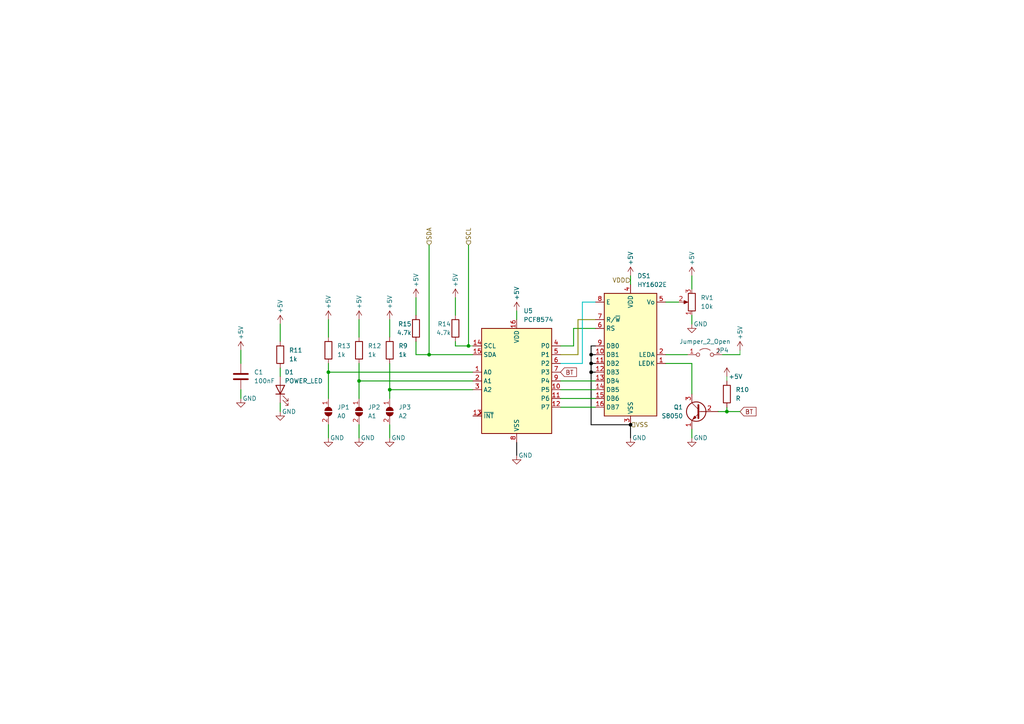
<source format=kicad_sch>
(kicad_sch (version 20230121) (generator eeschema)
  (paper "A4")
  (lib_symbols
    (symbol "Device:C" (pin_numbers hide) (pin_names (offset 0.254))
      (property "Reference" "C" (at 0.635 2.54 0))
      (property "Value" "C" (at 0.635 -2.54 0))
      (symbol "C_0_1"
        (polyline (pts (xy -2.032 -0.762) (xy 2.032 -0.762)) (stroke (width 0.508)))
        (polyline (pts (xy -2.032 0.762) (xy 2.032 0.762)) (stroke (width 0.508)))
      )
      (symbol "C_1_1"
        (pin passive line (at 0 3.81 270) (length 2.794) (name "~") (number "1"))
        (pin passive line (at 0 -3.81 90) (length 2.794) (name "~") (number "2"))
      )
    )
    (symbol "Device:LED" (pin_numbers hide) (pin_names (offset 1.016) hide)
      (property "Reference" "D" (at 0 2.54 0))
      (property "Value" "LED" (at 0 -2.54 0))
      (symbol "LED_0_1"
        (polyline (pts (xy -1.27 -1.27) (xy -1.27 1.27)) (stroke (width 0.254)))
        (polyline (pts (xy -1.27 0) (xy 1.27 0)))
        (polyline (pts (xy 1.27 -1.27) (xy 1.27 1.27) (xy -1.27 0) (xy 1.27 -1.27)) (stroke (width 0.254)))
        (polyline (pts (xy -3.048 -0.762) (xy -4.572 -2.286) (xy -3.81 -2.286) (xy -4.572 -2.286) (xy -4.572 -1.524)))
        (polyline (pts (xy -1.778 -0.762) (xy -3.302 -2.286) (xy -2.54 -2.286) (xy -3.302 -2.286) (xy -3.302 -1.524)))
      )
      (symbol "LED_1_1"
        (pin passive line (at -3.81 0 0) (length 2.54) (name "K") (number "1"))
        (pin passive line (at 3.81 0 180) (length 2.54) (name "A") (number "2"))
      )
    )
    (symbol "Device:R" (pin_numbers hide) (pin_names (offset 0))
      (property "Reference" "R" (at 2.032 0 90))
      (property "Value" "R" (at 0 0 90))
      (symbol "R_0_1"
        (rectangle (start -1.016 -2.54) (end 1.016 2.54) (stroke (width 0.254)))
      )
      (symbol "R_1_1"
        (pin passive line (at 0 3.81 270) (length 1.27) (name "~") (number "1"))
        (pin passive line (at 0 -3.81 90) (length 1.27) (name "~") (number "2"))
      )
    )
    (symbol "Device:R_Potentiometer" (pin_names (offset 1.016) hide)
      (property "Reference" "RV" (at -4.445 0 90))
      (property "Value" "R_Potentiometer" (at -2.54 0 90))
      (symbol "R_Potentiometer_0_1"
        (polyline (pts (xy 2.54 0) (xy 1.524 0)))
        (polyline (pts (xy 1.143 0) (xy 2.286 0.508) (xy 2.286 -0.508) (xy 1.143 0)) (fill (type outline)))
        (rectangle (start 1.016 2.54) (end -1.016 -2.54) (stroke (width 0.254)))
      )
      (symbol "R_Potentiometer_1_1"
        (pin passive line (at 0 3.81 270) (length 1.27) (name "1") (number "1"))
        (pin passive line (at 3.81 0 180) (length 1.27) (name "2") (number "2"))
        (pin passive line (at 0 -3.81 90) (length 1.27) (name "3") (number "3"))
      )
    )
    (symbol "Display_Character:HY1602E"
      (property "Reference" "DS" (at -6.096 19.05 0))
      (property "Value" "HY1602E" (at 5.08 19.05 0))
      (symbol "HY1602E_0_1"
        (rectangle (start -7.62 17.78) (end 7.62 -17.78) (stroke (width 0.254)) (fill (type background)))
      )
      (symbol "HY1602E_1_1"
        (pin passive line (at 10.16 -2.54 180) (length 2.54) (name "LEDK") (number "1"))
        (pin bidirectional line (at -10.16 0 0) (length 2.54) (name "DB1") (number "10"))
        (pin bidirectional line (at -10.16 -2.54 0) (length 2.54) (name "DB2") (number "11"))
        (pin bidirectional line (at -10.16 -5.08 0) (length 2.54) (name "DB3") (number "12"))
        (pin bidirectional line (at -10.16 -7.62 0) (length 2.54) (name "DB4") (number "13"))
        (pin bidirectional line (at -10.16 -10.16 0) (length 2.54) (name "DB5") (number "14"))
        (pin bidirectional line (at -10.16 -12.7 0) (length 2.54) (name "DB6") (number "15"))
        (pin bidirectional line (at -10.16 -15.24 0) (length 2.54) (name "DB7") (number "16"))
        (pin passive line (at 10.16 0 180) (length 2.54) (name "LEDA") (number "2"))
        (pin power_in line (at 0 -20.32 90) (length 2.54) (name "VSS") (number "3"))
        (pin power_in line (at 0 20.32 270) (length 2.54) (name "VDD") (number "4"))
        (pin input line (at 10.16 15.24 180) (length 2.54) (name "Vo") (number "5"))
        (pin input line (at -10.16 7.62 0) (length 2.54) (name "RS") (number "6"))
        (pin input line (at -10.16 10.16 0) (length 2.54) (name "R/~{W}") (number "7"))
        (pin input line (at -10.16 15.24 0) (length 2.54) (name "E") (number "8"))
        (pin bidirectional line (at -10.16 2.54 0) (length 2.54) (name "DB0") (number "9"))
      )
    )
    (symbol "Interface_Expansion:PCF8574"
      (property "Reference" "U" (at -8.89 16.51 0))
      (property "Value" "PCF8574" (at 2.54 16.51 0))
      (symbol "PCF8574_0_1"
        (rectangle (start -10.16 15.24) (end 10.16 -15.24) (stroke (width 0.254)) (fill (type background)))
      )
      (symbol "PCF8574_1_1"
        (pin input line (at -12.7 2.54 0) (length 2.54) (name "A0") (number "1"))
        (pin bidirectional line (at 12.7 -2.54 180) (length 2.54) (name "P5") (number "10"))
        (pin bidirectional line (at 12.7 -5.08 180) (length 2.54) (name "P6") (number "11"))
        (pin bidirectional line (at 12.7 -7.62 180) (length 2.54) (name "P7") (number "12"))
        (pin open_collector output_low (at -12.7 -10.16 0) (length 2.54) (name "~{INT}") (number "13"))
        (pin input line (at -12.7 10.16 0) (length 2.54) (name "SCL") (number "14"))
        (pin bidirectional line (at -12.7 7.62 0) (length 2.54) (name "SDA") (number "15"))
        (pin power_in line (at 0 17.78 270) (length 2.54) (name "VDD") (number "16"))
        (pin input line (at -12.7 0 0) (length 2.54) (name "A1") (number "2"))
        (pin input line (at -12.7 -2.54 0) (length 2.54) (name "A2") (number "3"))
        (pin bidirectional line (at 12.7 10.16 180) (length 2.54) (name "P0") (number "4"))
        (pin bidirectional line (at 12.7 7.62 180) (length 2.54) (name "P1") (number "5"))
        (pin bidirectional line (at 12.7 5.08 180) (length 2.54) (name "P2") (number "6"))
        (pin bidirectional line (at 12.7 2.54 180) (length 2.54) (name "P3") (number "7"))
        (pin power_in line (at 0 -17.78 90) (length 2.54) (name "VSS") (number "8"))
        (pin bidirectional line (at 12.7 0 180) (length 2.54) (name "P4") (number "9"))
      )
    )
    (symbol "Jumper:Jumper_2_Open" (pin_names (offset 0) hide)
      (property "Reference" "JP" (at 0 2.794 0))
      (property "Value" "Jumper_2_Open" (at 0 -2.286 0))
      (symbol "Jumper_2_Open_0_0"
        (circle (center -2.032 0) (radius 0.508))
        (circle (center 2.032 0) (radius 0.508))
      )
      (symbol "Jumper_2_Open_0_1"
        (arc (start 1.524 1.27) (mid 0 1.778) (end -1.524 1.27))
      )
      (symbol "Jumper_2_Open_1_1"
        (pin passive line (at -5.08 0 0) (length 2.54) (name "A") (number "1"))
        (pin passive line (at 5.08 0 180) (length 2.54) (name "B") (number "2"))
      )
    )
    (symbol "Jumper:SolderJumper_2_Open" (pin_names (offset 0) hide)
      (property "Reference" "JP" (at 0 2.032 0))
      (property "Value" "SolderJumper_2_Open" (at 0 -2.54 0))
      (symbol "SolderJumper_2_Open_0_1"
        (arc (start -0.254 1.016) (mid -1.2656 0) (end -0.254 -1.016))
        (arc (start -0.254 1.016) (mid -1.2656 0) (end -0.254 -1.016) (fill (type outline)))
        (polyline (pts (xy -0.254 1.016) (xy -0.254 -1.016)))
        (polyline (pts (xy 0.254 1.016) (xy 0.254 -1.016)))
        (arc (start 0.254 -1.016) (mid 1.2656 0) (end 0.254 1.016))
        (arc (start 0.254 -1.016) (mid 1.2656 0) (end 0.254 1.016) (fill (type outline)))
      )
      (symbol "SolderJumper_2_Open_1_1"
        (pin passive line (at -3.81 0 0) (length 2.54) (name "A") (number "1"))
        (pin passive line (at 3.81 0 180) (length 2.54) (name "B") (number "2"))
      )
    )
    (symbol "Transistor_BJT:S8050" (pin_names (offset 0) hide)
      (property "Reference" "Q" (at 5.08 1.905 0))
      (property "Value" "S8050" (at 5.08 0 0))
      (symbol "S8050_0_1"
        (polyline (pts (xy 0 0) (xy 0.635 0)))
        (polyline (pts (xy 0.635 0.635) (xy 2.54 2.54)))
        (polyline (pts (xy 0.635 -0.635) (xy 2.54 -2.54) (xy 2.54 -2.54)))
        (polyline (pts (xy 0.635 1.905) (xy 0.635 -1.905) (xy 0.635 -1.905)) (stroke (width 0.508)))
        (polyline (pts (xy 1.27 -1.778) (xy 1.778 -1.27) (xy 2.286 -2.286) (xy 1.27 -1.778) (xy 1.27 -1.778)) (fill (type outline)))
        (circle (center 1.27 0) (radius 2.8194) (stroke (width 0.254)))
      )
      (symbol "S8050_1_1"
        (pin passive line (at 2.54 -5.08 90) (length 2.54) (name "E") (number "1"))
        (pin input line (at -5.08 0 0) (length 5.08) (name "B") (number "2"))
        (pin passive line (at 2.54 5.08 270) (length 2.54) (name "C") (number "3"))
      )
    )
    (symbol "power:+5V" (power) (pin_names (offset 0))
      (property "Value" "+5V" (at 0 3.556 0))
      (symbol "+5V_0_1"
        (polyline (pts (xy -0.762 1.27) (xy 0 2.54)))
        (polyline (pts (xy 0 0) (xy 0 2.54)))
        (polyline (pts (xy 0 2.54) (xy 0.762 1.27)))
      )
      (symbol "+5V_1_1"
        (pin power_in line (at 0 0 90) (length 0) hide (name "+5V") (number "1"))
      )
    )
    (symbol "power:GND" (power) (pin_names (offset 0))
      (property "Value" "GND" (at 0 -3.81 0))
      (symbol "GND_0_1"
        (polyline (pts (xy 0 0) (xy 0 -1.27) (xy 1.27 -1.27) (xy 0 -2.54) (xy -1.27 -1.27) (xy 0 -1.27)))
      )
      (symbol "GND_1_1"
        (pin power_in line (at 0 0 270) (length 0) hide (name "GND") (number "1"))
      )
    )
  )
  (junction (at 113.03 113.03))
  (junction (at 124.46 102.87))
  (junction (at 95.25 107.95))
  (junction (at 135.89 100.33))
  (junction (at 104.14 110.49))
  (junction (at 210.82 119.38))
  (junction (at 182.88 123.19) (color 0 0 0 1))
  (junction (at 171.45 102.87) (color 0 0 0 1))
  (junction (at 171.45 107.95) (color 0 0 0 1))
  (junction (at 171.45 105.41) (color 0 0 0 1))
  (wire (pts (xy 214.63 101.6) (xy 214.63 102.87)))
  (wire (pts (xy 95.25 92.71) (xy 95.25 97.79)) (stroke (width 0.25)))
  (wire (pts (xy 166.37 100.33) (xy 166.37 95.25)) (stroke (width 0.25)))
  (wire (pts (xy 104.14 110.49) (xy 137.16 110.49)) (stroke (width 0.25)))
  (wire (pts (xy 214.63 102.87) (xy 209.55 102.87)) (stroke (width 0.25)))
  (wire (pts (xy 200.66 91.44) (xy 200.66 93.98)) (stroke (width 0.25)))
  (wire (pts (xy 171.45 102.87) (xy 172.72 102.87)) (stroke (width 0.25) (color 0 0 0 1)))
  (wire (pts (xy 95.25 105.41) (xy 95.25 107.95)) (stroke (width 0.25)))
  (wire (pts (xy 182.88 80.01) (xy 182.88 82.55)) (stroke (width 0.25)))
  (wire (pts (xy 182.88 127) (xy 182.88 123.19)) (stroke (width 0.25) (color 0 0 0 1)))
  (wire (pts (xy 104.14 110.49) (xy 104.14 115.57)) (stroke (width 0.25)))
  (wire (pts (xy 113.03 113.03) (xy 137.16 113.03)) (stroke (width 0.25)))
  (wire (pts (xy 69.85 115.57) (xy 69.85 113.03)) (stroke (width 0.25)))
  (wire (pts (xy 168.91 105.41) (xy 168.91 87.63)) (stroke (width 0.25) (color 0 194 194 1)))
  (wire (pts (xy 104.14 92.71) (xy 104.14 97.79)) (stroke (width 0.25)))
  (wire (pts (xy 81.28 93.98) (xy 81.28 99.06)) (stroke (width 0.25)))
  (wire (pts (xy 149.86 90.17) (xy 149.86 92.71)) (stroke (width 0.25)))
  (wire (pts (xy 113.03 113.03) (xy 113.03 115.57)) (stroke (width 0.25)))
  (wire (pts (xy 172.72 118.11) (xy 162.56 118.11)) (stroke (width 0.25)))
  (wire (pts (xy 210.82 109.22) (xy 210.82 110.49)))
  (wire (pts (xy 162.56 105.41) (xy 168.91 105.41)) (stroke (width 0.25) (color 0 194 194 1)))
  (wire (pts (xy 120.65 102.87) (xy 120.65 99.06)) (stroke (width 0.25)))
  (wire (pts (xy 200.66 80.01) (xy 200.66 83.82)) (stroke (width 0.25)))
  (wire (pts (xy 120.65 86.36) (xy 120.65 91.44)) (stroke (width 0.25)))
  (wire (pts (xy 113.03 127) (xy 113.03 123.19)) (stroke (width 0.25)))
  (wire (pts (xy 104.14 105.41) (xy 104.14 110.49)) (stroke (width 0.25)))
  (wire (pts (xy 214.63 119.38) (xy 210.82 119.38)) (stroke (width 0.25)))
  (wire (pts (xy 172.72 115.57) (xy 162.56 115.57)) (stroke (width 0.25)))
  (wire (pts (xy 167.64 102.87) (xy 167.64 92.71)) (stroke (width 0.25) (color 132 132 0 1)))
  (wire (pts (xy 200.66 127) (xy 200.66 124.46)) (stroke (width 0.25)))
  (wire (pts (xy 135.89 100.33) (xy 137.16 100.33)))
  (wire (pts (xy 210.82 118.11) (xy 210.82 119.38)) (stroke (width 0.25)))
  (wire (pts (xy 171.45 105.41) (xy 172.72 105.41)) (stroke (width 0.25) (color 0 0 0 1)))
  (wire (pts (xy 113.03 92.71) (xy 113.03 97.79)) (stroke (width 0.25)))
  (wire (pts (xy 135.89 71.12) (xy 135.89 100.33)) (stroke (width 0.25)))
  (wire (pts (xy 172.72 100.33) (xy 171.45 100.33)) (stroke (width 0.25) (color 0 0 0 1)))
  (wire (pts (xy 124.46 102.87) (xy 137.16 102.87)) (stroke (width 0.25)))
  (wire (pts (xy 162.56 102.87) (xy 167.64 102.87)) (stroke (width 0.25) (color 132 132 0 1)))
  (wire (pts (xy 172.72 113.03) (xy 162.56 113.03)) (stroke (width 0.25)))
  (wire (pts (xy 193.04 105.41) (xy 200.66 105.41)) (stroke (width 0.25)))
  (wire (pts (xy 132.08 100.33) (xy 135.89 100.33)) (stroke (width 0.25)))
  (wire (pts (xy 124.46 71.12) (xy 124.46 102.87)) (stroke (width 0.25)))
  (wire (pts (xy 193.04 87.63) (xy 196.85 87.63)) (stroke (width 0.25)))
  (wire (pts (xy 171.45 100.33) (xy 171.45 102.87)) (stroke (width 0.25) (color 0 0 0 1)))
  (wire (pts (xy 200.66 105.41) (xy 200.66 114.3)) (stroke (width 0.25)))
  (wire (pts (xy 69.85 101.6) (xy 69.85 105.41)) (stroke (width 0.25)))
  (wire (pts (xy 166.37 95.25) (xy 172.72 95.25)) (stroke (width 0.25)))
  (wire (pts (xy 171.45 107.95) (xy 172.72 107.95)) (stroke (width 0.25) (color 0 0 0 1)))
  (wire (pts (xy 132.08 86.36) (xy 132.08 91.44)) (stroke (width 0.25)))
  (wire (pts (xy 171.45 107.95) (xy 171.45 123.19)) (stroke (width 0.25) (color 0 0 0 1)))
  (wire (pts (xy 193.04 102.87) (xy 199.39 102.87)) (stroke (width 0.25)))
  (wire (pts (xy 81.28 106.68) (xy 81.28 109.22)) (stroke (width 0.25)))
  (wire (pts (xy 171.45 102.87) (xy 171.45 105.41)) (stroke (width 0.25) (color 0 0 0 1)))
  (wire (pts (xy 81.28 119.38) (xy 81.28 116.84)) (stroke (width 0.25)))
  (wire (pts (xy 171.45 123.19) (xy 182.88 123.19)) (stroke (width 0.25) (color 0 0 0 1)))
  (wire (pts (xy 95.25 107.95) (xy 137.16 107.95)) (stroke (width 0.25)))
  (wire (pts (xy 167.64 92.71) (xy 172.72 92.71)) (stroke (width 0.25) (color 132 132 0 1)))
  (wire (pts (xy 132.08 100.33) (xy 132.08 99.06)) (stroke (width 0.25)))
  (wire (pts (xy 113.03 105.41) (xy 113.03 113.03)) (stroke (width 0.25)))
  (wire (pts (xy 171.45 105.41) (xy 171.45 107.95)) (stroke (width 0.25) (color 0 0 0 1)))
  (wire (pts (xy 95.25 107.95) (xy 95.25 115.57)) (stroke (width 0.25)))
  (wire (pts (xy 95.25 127) (xy 95.25 123.19)) (stroke (width 0.25)))
  (wire (pts (xy 168.91 87.63) (xy 172.72 87.63)) (stroke (width 0.25) (color 0 194 194 1)))
  (wire (pts (xy 210.82 119.38) (xy 208.28 119.38)) (stroke (width 0.25)))
  (wire (pts (xy 149.86 132.08) (xy 149.86 128.27)) (stroke (width 0.25) (color 0 0 0 1)))
  (wire (pts (xy 172.72 110.49) (xy 162.56 110.49)) (stroke (width 0.25)))
  (wire (pts (xy 162.56 100.33) (xy 166.37 100.33)) (stroke (width 0.25)))
  (wire (pts (xy 104.14 127) (xy 104.14 123.19)) (stroke (width 0.25)))
  (wire (pts (xy 120.65 102.87) (xy 124.46 102.87)) (stroke (width 0.25)))
  (global_label "BT" (shape input) (at 162.56 107.95 0) (property "Intersheetrefs" "${INTERSHEET_REFS}" (effects hide)))
  (global_label "BT" (shape input) (at 214.63 119.38 0) (property "Intersheetrefs" "${INTERSHEET_REFS}" (effects hide)))
  (hierarchical_label "VDD" (shape input) (at 182.88 81.28 180))
  (hierarchical_label "SCL" (shape input) (at 135.89 71.12 90))
  (hierarchical_label "VSS" (shape input) (at 182.88 123.19 0))
  (hierarchical_label "SDA" (shape input) (at 124.46 71.12 90))
  (symbol (lib_id "power:+5V") (at 200.66 80.01 0) (mirror y) (unit 1)
    (property "Reference" "#PWR017" (effects hide))
    (property "Value" "+5V" (at 200.66 74.93 90))
    (instances (project "press_electrical_prudentia_v1_0" (path "" (reference "#PWR017") (unit 1)) (path "" (reference "#PWR039") (unit 1))))
  )
  (symbol (lib_id "power:GND") (at 104.14 127 0) (mirror y) (unit 1)
    (property "Reference" "#PWR?" (effects hide))
    (property "Value" "GND" (at 106.68 127 0))
    (instances (project "MP_v3" (path "" (reference "#PWR?") (unit 1))) (project "press_electrical_prudentia_v1_0" (path "" (reference "#PWR034") (unit 1)) (path "" (reference "#PWR028") (unit 1))))
  )
  (symbol (lib_id "power:+5V") (at 104.14 92.71 0) (mirror y) (unit 1)
    (property "Reference" "#PWR031" (effects hide))
    (property "Value" "+5V" (at 104.14 87.63 90))
    (instances (project "press_electrical_prudentia_v1_0" (path "" (reference "#PWR031") (unit 1)) (path "" (reference "#PWR027") (unit 1))))
  )
  (symbol (lib_id "Device:R") (at 132.08 95.25 0) (mirror y) (unit 1)
    (property "Reference" "R14" (at 130.81 93.98 0) (effects (justify left)))
    (property "Value" "4.7k" (at 130.81 96.52 0) (effects (justify left)))
  )
  (symbol (lib_id "Device:R") (at 120.65 95.25 0) (mirror y) (unit 1)
    (property "Reference" "R15" (at 119.38 93.98 0) (effects (justify left)))
    (property "Value" "4.7k" (at 119.38 96.52 0) (effects (justify left)))
    (instances (project "press_electrical_prudentia_v1_0" (path "" (reference "R15") (unit 1)) (path "" (reference "R13") (unit 1))))
  )
  (symbol (lib_id "power:+5V") (at 95.25 92.71 0) (mirror y) (unit 1)
    (property "Reference" "#PWR030" (effects hide))
    (property "Value" "+5V" (at 95.25 87.63 90))
    (instances (project "press_electrical_prudentia_v1_0" (path "" (reference "#PWR030") (unit 1)) (path "" (reference "#PWR025") (unit 1))))
  )
  (symbol (lib_id "power:+5V") (at 132.08 86.36 0) (mirror y) (unit 1)
    (property "Reference" "#PWR037" (effects hide))
    (property "Value" "+5V" (at 132.08 81.28 90))
    (instances (project "press_electrical_prudentia_v1_0" (path "" (reference "#PWR037") (unit 1)) (path "" (reference "#PWR032") (unit 1))))
  )
  (symbol (lib_id "power:+5V") (at 214.63 101.6 0) (mirror y) (unit 1)
    (property "Reference" "#PWR021" (effects hide))
    (property "Value" "+5V" (at 214.63 96.52 90))
    (instances (project "press_electrical_prudentia_v1_0" (path "" (reference "#PWR021") (unit 1)) (path "" (reference "#PWR043") (unit 1))))
  )
  (symbol (lib_id "power:GND") (at 182.88 127 0) (mirror y) (unit 1)
    (property "Reference" "#PWR?" (effects hide))
    (property "Value" "GND" (at 185.42 127 0))
    (instances (project "MP_v3" (path "" (reference "#PWR?") (unit 1))) (project "press_electrical_prudentia_v1_0" (path "" (reference "#PWR010") (unit 1)) (path "" (reference "#PWR038") (unit 1))))
  )
  (symbol (lib_id "Jumper:Jumper_2_Open") (at 204.47 102.87 0) (unit 1)
    (property "Reference" "JP4" (at 209.55 101.6 0))
    (property "Value" "Jumper_2_Open" (at 204.47 99.06 0))
  )
  (symbol (lib_id "power:+5V") (at 113.03 92.71 0) (mirror y) (unit 1)
    (property "Reference" "#PWR032" (effects hide))
    (property "Value" "+5V" (at 113.03 87.63 90))
    (instances (project "press_electrical_prudentia_v1_0" (path "" (reference "#PWR032") (unit 1)) (path "" (reference "#PWR029") (unit 1))))
  )
  (symbol (lib_id "power:+5V") (at 81.28 93.98 0) (mirror y) (unit 1)
    (property "Reference" "#PWR027" (effects hide))
    (property "Value" "+5V" (at 81.28 88.9 90))
    (instances (project "press_electrical_prudentia_v1_0" (path "" (reference "#PWR027") (unit 1)) (path "" (reference "#PWR023") (unit 1))))
  )
  (symbol (lib_id "power:GND") (at 113.03 127 0) (mirror y) (unit 1)
    (property "Reference" "#PWR?" (effects hide))
    (property "Value" "GND" (at 115.57 127 0))
    (instances (project "MP_v3" (path "" (reference "#PWR?") (unit 1))) (project "press_electrical_prudentia_v1_0" (path "" (reference "#PWR035") (unit 1)) (path "" (reference "#PWR030") (unit 1))))
  )
  (symbol (lib_id "Device:LED") (at 81.28 113.03 90) (unit 1)
    (property "Reference" "D1" (at 82.55 107.95 90) (effects (justify right)))
    (property "Value" "POWER_LED" (at 82.55 110.49 90) (effects (justify right)))
  )
  (symbol (lib_id "power:+5V") (at 182.88 80.01 0) (mirror y) (unit 1)
    (property "Reference" "#PWR012" (effects hide))
    (property "Value" "+5V" (at 182.88 74.93 90))
    (instances (project "press_electrical_prudentia_v1_0" (path "" (reference "#PWR012") (unit 1)) (path "" (reference "#PWR037") (unit 1))))
  )
  (symbol (lib_id "power:GND") (at 81.28 119.38 0) (mirror y) (unit 1)
    (property "Reference" "#PWR?" (effects hide))
    (property "Value" "GND" (at 83.82 119.38 0))
    (instances (project "MP_v3" (path "" (reference "#PWR?") (unit 1))) (project "press_electrical_prudentia_v1_0" (path "" (reference "#PWR026") (unit 1)) (path "" (reference "#PWR024") (unit 1))))
  )
  (symbol (lib_id "Device:R_Potentiometer") (at 200.66 87.63 180) (unit 1)
    (property "Reference" "RV1" (at 203.2 86.36 0) (effects (justify right)))
    (property "Value" "10k" (at 203.2 88.9 0) (effects (justify right)))
  )
  (symbol (lib_id "Device:R") (at 104.14 101.6 0) (unit 1)
    (property "Reference" "R12" (at 106.68 100.33 0) (effects (justify left)))
    (property "Value" "1k" (at 106.68 102.87 0) (effects (justify left)))
    (instances (project "press_electrical_prudentia_v1_0" (path "" (reference "R12") (unit 1)) (path "" (reference "R11") (unit 1))))
  )
  (symbol (lib_id "Interface_Expansion:PCF8574") (at 149.86 110.49 0) (unit 1)
    (property "Reference" "U5" (at 151.8159 90.17 0) (effects (justify left)))
    (property "Value" "PCF8574" (at 151.8159 92.71 0) (effects (justify left)))
    (property "Datasheet" "http://www.nxp.com/documents/data_sheet/PCF8574_PCF8574A.pdf" (effects hide))
    (instances (project "press_electrical_prudentia_v1_0" (path "" (reference "U5") (unit 1)) (path "" (reference "U7") (unit 1))))
  )
  (symbol (lib_id "Device:R") (at 81.28 102.87 0) (unit 1)
    (property "Reference" "R11" (at 83.82 101.6 0) (effects (justify left)))
    (property "Value" "1k" (at 83.82 104.14 0) (effects (justify left)))
    (instances (project "press_electrical_prudentia_v1_0" (path "" (reference "R11") (unit 1)) (path "" (reference "R9") (unit 1))))
  )
  (symbol (lib_id "Device:R") (at 210.82 114.3 0) (unit 1)
    (property "Reference" "R10" (at 213.36 113.03 0) (effects (justify left)))
    (property "Value" "R" (at 213.36 115.57 0) (effects (justify left)))
    (instances (project "press_electrical_prudentia_v1_0" (path "" (reference "R10") (unit 1)) (path "" (reference "R15") (unit 1))))
  )
  (symbol (lib_id "Device:R") (at 95.25 101.6 0) (unit 1)
    (property "Reference" "R13" (at 97.79 100.33 0) (effects (justify left)))
    (property "Value" "1k" (at 97.79 102.87 0) (effects (justify left)))
    (instances (project "press_electrical_prudentia_v1_0" (path "" (reference "R13") (unit 1)) (path "" (reference "R10") (unit 1))))
  )
  (symbol (lib_id "power:+5V") (at 69.85 101.6 0) (mirror y) (unit 1)
    (property "Reference" "#PWR028" (effects hide))
    (property "Value" "+5V" (at 69.85 96.52 90))
    (instances (project "press_electrical_prudentia_v1_0" (path "" (reference "#PWR028") (unit 1)) (path "" (reference "#PWR021") (unit 1))))
  )
  (symbol (lib_id "Jumper:SolderJumper_2_Open") (at 113.03 119.38 270) (unit 1)
    (property "Reference" "JP3" (at 115.57 118.11 90) (effects (justify left)))
    (property "Value" "A2" (at 115.57 120.65 90) (effects (justify left)))
  )
  (symbol (lib_id "power:GND") (at 69.85 115.57 0) (mirror y) (unit 1)
    (property "Reference" "#PWR?" (effects hide))
    (property "Value" "GND" (at 72.39 115.57 0))
    (instances (project "MP_v3" (path "" (reference "#PWR?") (unit 1))) (project "press_electrical_prudentia_v1_0" (path "" (reference "#PWR029") (unit 1)) (path "" (reference "#PWR022") (unit 1))))
  )
  (symbol (lib_id "power:+5V") (at 210.82 109.22 0) (mirror y) (unit 1)
    (property "Reference" "#PWR025" (effects hide))
    (property "Value" "+5V" (at 213.36 109.22 0))
    (instances (project "press_electrical_prudentia_v1_0" (path "" (reference "#PWR025") (unit 1)) (path "" (reference "#PWR042") (unit 1))))
  )
  (symbol (lib_id "Jumper:SolderJumper_2_Open") (at 95.25 119.38 270) (unit 1)
    (property "Reference" "JP1" (at 97.79 118.11 90) (effects (justify left)))
    (property "Value" "A0" (at 97.79 120.65 90) (effects (justify left)))
  )
  (symbol (lib_id "Jumper:SolderJumper_2_Open") (at 104.14 119.38 270) (unit 1)
    (property "Reference" "JP2" (at 106.68 118.11 90) (effects (justify left)))
    (property "Value" "A1" (at 106.68 120.65 90) (effects (justify left)))
  )
  (symbol (lib_id "Device:C") (at 69.85 109.22 0) (unit 1)
    (property "Reference" "C1" (at 73.66 107.95 0) (effects (justify left)))
    (property "Value" "100nF" (at 73.66 110.49 0) (effects (justify left)))
  )
  (symbol (lib_id "power:GND") (at 200.66 127 0) (mirror y) (unit 1)
    (property "Reference" "#PWR?" (effects hide))
    (property "Value" "GND" (at 203.2 127 0))
    (instances (project "MP_v3" (path "" (reference "#PWR?") (unit 1))) (project "press_electrical_prudentia_v1_0" (path "" (reference "#PWR024") (unit 1)) (path "" (reference "#PWR041") (unit 1))))
  )
  (symbol (lib_id "Device:R") (at 113.03 101.6 0) (unit 1)
    (property "Reference" "R9" (at 115.57 100.33 0) (effects (justify left)))
    (property "Value" "1k" (at 115.57 102.87 0) (effects (justify left)))
    (instances (project "press_electrical_prudentia_v1_0" (path "" (reference "R9") (unit 1)) (path "" (reference "R12") (unit 1))))
  )
  (symbol (lib_id "Transistor_BJT:S8050") (at 203.2 119.38 0) (mirror y) (unit 1)
    (property "Reference" "Q1" (at 198.12 118.11 0) (effects (justify left)))
    (property "Value" "S8050" (at 198.12 120.65 0) (effects (justify left)))
    (property "Footprint" "Package_TO_SOT_THT:TO-92_Inline" (effects hide))
    (property "Datasheet" "http://www.unisonic.com.tw/datasheet/S8050.pdf" (effects hide))
  )
  (symbol (lib_id "Display_Character:HY1602E") (at 182.88 102.87 0) (unit 1)
    (property "Reference" "DS1" (at 184.8359 80.01 0) (effects (justify left)))
    (property "Value" "HY1602E" (at 184.8359 82.55 0) (effects (justify left)))
    (property "Footprint" "Display:HY1602E" (effects hide))
    (property "Datasheet" "http://www.icbank.com/data/ICBShop/board/HY1602E.pdf" (effects hide))
  )
  (symbol (lib_id "power:+5V") (at 120.65 86.36 0) (mirror y) (unit 1)
    (property "Reference" "#PWR036" (effects hide))
    (property "Value" "+5V" (at 120.65 81.28 90))
    (instances (project "press_electrical_prudentia_v1_0" (path "" (reference "#PWR036") (unit 1)) (path "" (reference "#PWR031") (unit 1))))
  )
  (symbol (lib_id "power:GND") (at 95.25 127 0) (mirror y) (unit 1)
    (property "Reference" "#PWR?" (effects hide))
    (property "Value" "GND" (at 97.79 127 0))
    (instances (project "MP_v3" (path "" (reference "#PWR?") (unit 1))) (project "press_electrical_prudentia_v1_0" (path "" (reference "#PWR033") (unit 1)) (path "" (reference "#PWR026") (unit 1))))
  )
  (symbol (lib_id "power:GND") (at 200.66 93.98 0) (mirror y) (unit 1)
    (property "Reference" "#PWR?" (effects hide))
    (property "Value" "GND" (at 203.2 93.98 0))
    (instances (project "MP_v3" (path "" (reference "#PWR?") (unit 1))) (project "press_electrical_prudentia_v1_0" (path "" (reference "#PWR020") (unit 1)) (path "" (reference "#PWR040") (unit 1))))
  )
  (symbol (lib_id "power:+5V") (at 149.86 90.17 0) (mirror y) (unit 1)
    (property "Reference" "#PWR011" (effects hide))
    (property "Value" "+5V" (at 149.86 85.09 90))
    (instances (project "press_electrical_prudentia_v1_0" (path "" (reference "#PWR011") (unit 1)) (path "" (reference "#PWR035") (unit 1))))
  )
  (symbol (lib_id "power:GND") (at 149.86 132.08 0) (mirror y) (unit 1)
    (property "Reference" "#PWR?" (effects hide))
    (property "Value" "GND" (at 152.4 132.08 0))
    (instances (project "MP_v3" (path "" (reference "#PWR?") (unit 1))) (project "press_electrical_prudentia_v1_0" (path "" (reference "#PWR07") (unit 1)) (path "" (reference "#PWR036") (unit 1))))
  )
)
</source>
